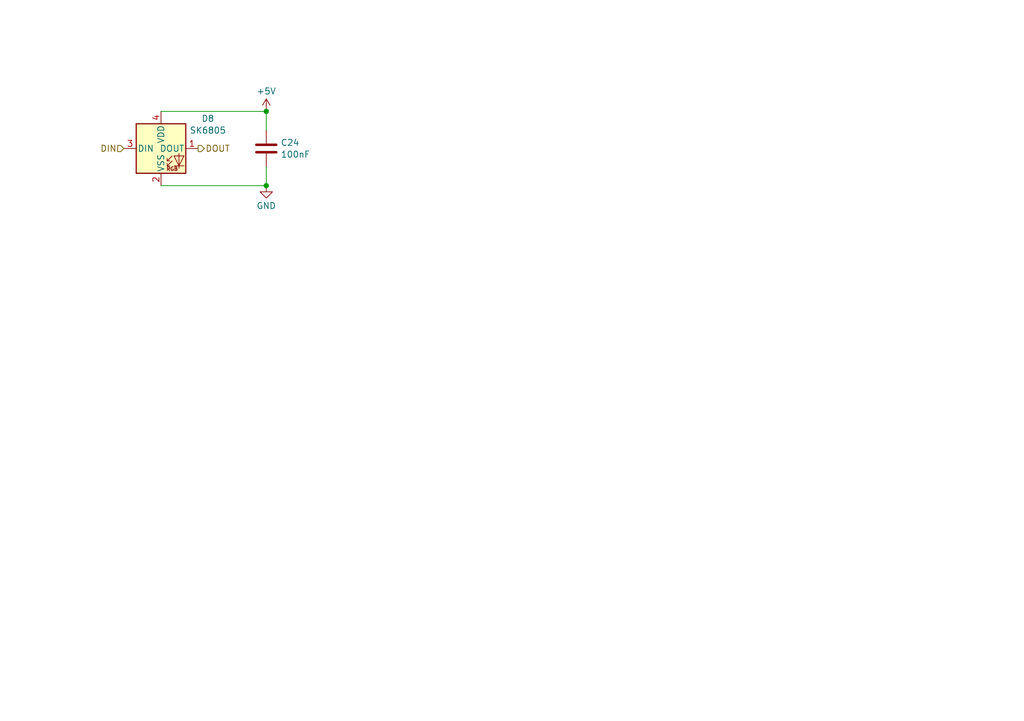
<source format=kicad_sch>
(kicad_sch (version 20250114) (generator "eeschema") (generator_version "9.0")
  (paper "A5")
  (title_block (title "Individual RGB LED") (date "2025-02-09"))
  (lib_symbols
    (symbol "Device:C" (pin_numbers (hide yes)) (pin_names (offset 0.254))
      (property "Reference" "C" (at 0.635 2.54 0))
      (property "Value" "C" (at 0.635 -2.54 0))
      (symbol "C_0_1"
        (polyline (pts (xy -2.032 0.762) (xy 2.032 0.762)) (stroke (width 0.508)))
        (polyline (pts (xy -2.032 -0.762) (xy 2.032 -0.762)) (stroke (width 0.508)))
      )
      (symbol "C_1_1"
        (pin passive line (at 0 3.81 270) (length 2.794) (name "~") (number "1"))
        (pin passive line (at 0 -3.81 90) (length 2.794) (name "~") (number "2"))
      )
    )
    (symbol "LED:SK6805" (pin_names (offset 0.254))
      (property "Reference" "D" (at 5.08 5.715 0))
      (property "Value" "SK6805" (at 1.27 -5.715 0))
      (symbol "SK6805_0_0"
        (text "RGB" (at 2.286 -4.191 0) (effects (font (size 0.762 0.762))))
      )
      (symbol "SK6805_0_1"
        (polyline (pts (xy 1.27 -2.54) (xy 1.778 -2.54)))
        (polyline (pts (xy 1.27 -3.556) (xy 1.778 -3.556)))
        (polyline (pts (xy 2.286 -1.524) (xy 1.27 -2.54) (xy 1.27 -2.032)))
        (polyline (pts (xy 2.286 -2.54) (xy 1.27 -3.556) (xy 1.27 -3.048)))
        (polyline (pts (xy 3.683 -1.016) (xy 3.683 -3.556) (xy 3.683 -4.064)))
        (polyline (pts (xy 4.699 -1.524) (xy 2.667 -1.524) (xy 3.683 -3.556) (xy 4.699 -1.524)))
        (polyline (pts (xy 4.699 -3.556) (xy 2.667 -3.556)))
        (rectangle (start 5.08 5.08) (end -5.08 -5.08) (stroke (width 0.254)) (fill (type background)))
      )
      (symbol "SK6805_1_1"
        (pin input line (at -7.62 0 0) (length 2.54) (name "DIN") (number "3"))
        (pin power_in line (at 0 7.62 270) (length 2.54) (name "VDD") (number "4"))
        (pin power_in line (at 0 -7.62 90) (length 2.54) (name "VSS") (number "2"))
        (pin output line (at 7.62 0 180) (length 2.54) (name "DOUT") (number "1"))
      )
    )
    (symbol "power:GND" (power) (pin_names (offset 0))
      (property "Value" "GND" (at 0 -3.81 0))
      (symbol "GND_0_1"
        (polyline (pts (xy 0 0) (xy 0 -1.27) (xy 1.27 -1.27) (xy 0 -2.54) (xy -1.27 -1.27) (xy 0 -1.27)))
      )
      (symbol "GND_1_1"
        (pin power_in line (at 0 0 270) (length 0) (hide yes) (name "GND") (number "1"))
      )
    )
    (symbol "power:VBUS" (power) (pin_numbers (hide yes)) (pin_names (offset 0) (hide yes))
      (property "Value" "VBUS" (at 0 3.556 0))
      (symbol "VBUS_0_1"
        (polyline (pts (xy -0.762 1.27) (xy 0 2.54)))
        (polyline (pts (xy 0 2.54) (xy 0.762 1.27)))
        (polyline (pts (xy 0 0) (xy 0 2.54)))
      )
      (symbol "VBUS_1_1"
        (pin power_in line (at 0 0 90) (length 0) (name "~") (number "1"))
      )
    )
  )
  (junction (at 54.61 38.1))
  (junction (at 54.61 22.86))
  (wire (pts (xy 54.61 22.86) (xy 54.61 26.67)))
  (wire (pts (xy 54.61 38.1) (xy 33.02 38.1)))
  (wire (pts (xy 33.02 22.86) (xy 54.61 22.86)))
  (wire (pts (xy 54.61 34.29) (xy 54.61 38.1)))
  (hierarchical_label "DOUT" (shape output) (at 40.64 30.48 0))
  (hierarchical_label "DIN" (shape input) (at 25.4 30.48 180))
  (symbol (lib_id "power:GND") (at 54.61 38.1 0) (unit 1)
    (property "Reference" "#PWR037" (effects (hide yes)))
    (property "Value" "GND" (at 54.61 42.2331 0))
    (property "Description" "Power symbol creates a global label with name \"GND\" , ground" (effects (hide yes)))
    (instances (project "DecentKeyboardTester" (path "" (reference "#PWR049") (unit 1)) (path "" (reference "#PWR043") (unit 1)) (path "" (reference "#PWR0197") (unit 1)) (path "" (reference "#PWR077") (unit 1)) (path "" (reference "#PWR093") (unit 1)) (path "" (reference "#PWR0145") (unit 1)) (path "" (reference "#PWR0243") (unit 1)) (path "" (reference "#PWR0225") (unit 1)) (path "" (reference "#PWR0261") (unit 1)) (path "" (reference "#PWR065") (unit 1)) (path "" (reference "#PWR061") (unit 1)) (path "" (reference "#PWR083") (unit 1)) (path "" (reference "#PWR0189") (unit 1)) (path "" (reference "#PWR0181") (unit 1)) (path "" (reference "#PWR0163") (unit 1)) (path "" (reference "#PWR0201") (unit 1)) (path "" (reference "#PWR051") (unit 1)) (path "" (reference "#PWR053") (unit 1)) (path "" (reference "#PWR0257") (unit 1)) (path "" (reference "#PWR0149") (unit 1)) (path "" (reference "#PWR0127") (unit 1)) (path "" (reference "#PWR0187") (unit 1)) (path "" (reference "#PWR0241") (unit 1)) (path "" (reference "#PWR0251") (unit 1)) (path "" (reference "#PWR071") (unit 1)) (path "" (reference "#PWR089") (unit 1)) (path "" (reference "#PWR059") (unit 1)) (path "" (reference "#PWR0131") (unit 1)) (path "" (reference "#PWR0117") (unit 1)) (path "" (reference "#PWR0199") (unit 1)) (path "" (reference "#PWR0239") (unit 1)) (path "" (reference "#PWR0195") (unit 1)) (path "" (reference "#PWR0191") (unit 1)) (path "" (reference "#PWR0147") (unit 1)) (path "" (reference "#PWR0169") (unit 1)) (path "" (reference "#PWR0215") (unit 1)) (path "" (reference "#PWR0159") (unit 1)) (path "" (reference "#PWR0205") (unit 1)) (path "" (reference "#PWR0111") (unit 1)) (path "" (reference "#PWR0249") (unit 1)) (path "" (reference "#PWR0203") (unit 1)) (path "" (reference "#PWR087") (unit 1)) (path "" (reference "#PWR057") (unit 1)) (path "" (reference "#PWR0207") (unit 1)) (path "" (reference "#PWR0165") (unit 1)) (path "" (reference "#PWR073") (unit 1)) (path "" (reference "#PWR063") (unit 1)) (path "" (reference "#PWR0143") (unit 1)) (path "" (reference "#PWR0233") (unit 1)) (path "" (reference "#PWR0171") (unit 1)) (path "" (reference "#PWR0115") (unit 1)) (path "" (reference "#PWR0211") (unit 1)) (path "" (reference "#PWR067") (unit 1)) (path "" (reference "#PWR0151") (unit 1)) (path "" (reference "#PWR081") (unit 1)) (path "" (reference "#PWR085") (unit 1)) (path "" (reference "#PWR0155") (unit 1)) (path "" (reference "#PWR0245") (unit 1)) (path "" (reference "#PWR0179") (unit 1)) (path "" (reference "#PWR0175") (unit 1)) (path "" (reference "#PWR0183") (unit 1)) (path "" (reference "#PWR0123") (unit 1)) (path "" (reference "#PWR075") (unit 1)) (path "" (reference "#PWR0217") (unit 1)) (path "" (reference "#PWR0141") (unit 1)) (path "" (reference "#PWR0213") (unit 1)) (path "" (reference "#PWR0247") (unit 1)) (path "" (reference "#PWR0209") (unit 1)) (path "" (reference "#PWR0109") (unit 1)) (path "" (reference "#PWR0229") (unit 1)) (path "" (reference "#PWR0227") (unit 1)) (path "" (reference "#PWR047") (unit 1)) (path "" (reference "#PWR0129") (unit 1)) (path "" (reference "#PWR0231") (unit 1)) (path "" (reference "#PWR0253") (unit 1)) (path "" (reference "#PWR0185") (unit 1)) (path "" (reference "#PWR0173") (unit 1)) (path "" (reference "#PWR0103") (unit 1)) (path "" (reference "#PWR0161") (unit 1)) (path "" (reference "#PWR055") (unit 1)) (path "" (reference "#PWR079") (unit 1)) (path "" (reference "#PWR0125") (unit 1)) (path "" (reference "#PWR0193") (unit 1)) (path "" (reference "#PWR0135") (unit 1)) (path "" (reference "#PWR0139") (unit 1)) (path "" (reference "#PWR095") (unit 1)) (path "" (reference "#PWR0105") (unit 1)) (path "" (reference "#PWR0133") (unit 1)) (path "" (reference "#PWR099") (unit 1)) (path "" (reference "#PWR0153") (unit 1)) (path "" (reference "#PWR0177") (unit 1)) (path "" (reference "#PWR0223") (unit 1)) (path "" (reference "#PWR0107") (unit 1)) (path "" (reference "#PWR039") (unit 1)) (path "" (reference "#PWR097") (unit 1)) (path "" (reference "#PWR041") (unit 1)) (path "" (reference "#PWR0121") (unit 1)) (path "" (reference "#PWR037") (unit 1)) (path "" (reference "#PWR0219") (unit 1)) (path "" (reference "#PWR045") (unit 1)) (path "" (reference "#PWR0157") (unit 1)) (path "" (reference "#PWR091") (unit 1)) (path "" (reference "#PWR0119") (unit 1)) (path "" (reference "#PWR0137") (unit 1)) (path "" (reference "#PWR069") (unit 1)) (path "" (reference "#PWR0221") (unit 1)) (path "" (reference "#PWR0101") (unit 1)) (path "" (reference "#PWR0237") (unit 1)) (path "" (reference "#PWR0255") (unit 1)) (path "" (reference "#PWR0235") (unit 1)) (path "" (reference "#PWR0113") (unit 1)) (path "" (reference "#PWR0167") (unit 1))))
  )
  (symbol (lib_id "Device:C") (at 54.61 30.48 0) (unit 1)
    (property "Reference" "C18" (at 57.531 29.2678 0) (effects (justify left)))
    (property "Value" "100nF" (at 57.531 31.6921 0) (effects (justify left)))
    (property "Footprint" "Capacitor_SMD:C_0402_1005Metric" (effects (hide yes)))
    (property "Description" "Unpolarized capacitor" (effects (hide yes)))
    (property "JLCPCB Part #" "C1525" (effects (hide yes)))
    (instances (project "DecentKeyboardTester" (path "" (reference "C24") (unit 1)) (path "" (reference "C21") (unit 1)) (path "" (reference "C98") (unit 1)) (path "" (reference "C38") (unit 1)) (path "" (reference "C46") (unit 1)) (path "" (reference "C72") (unit 1)) (path "" (reference "C121") (unit 1)) (path "" (reference "C112") (unit 1)) (path "" (reference "C129") (unit 1)) (path "" (reference "C32") (unit 1)) (path "" (reference "C30") (unit 1)) (path "" (reference "C41") (unit 1)) (path "" (reference "C94") (unit 1)) (path "" (reference "C90") (unit 1)) (path "" (reference "C81") (unit 1)) (path "" (reference "C100") (unit 1)) (path "" (reference "C25") (unit 1)) (path "" (reference "C26") (unit 1)) (path "" (reference "C128") (unit 1)) (path "" (reference "C74") (unit 1)) (path "" (reference "C63") (unit 1)) (path "" (reference "C93") (unit 1)) (path "" (reference "C120") (unit 1)) (path "" (reference "C125") (unit 1)) (path "" (reference "C35") (unit 1)) (path "" (reference "C44") (unit 1)) (path "" (reference "C29") (unit 1)) (path "" (reference "C65") (unit 1)) (path "" (reference "C58") (unit 1)) (path "" (reference "C99") (unit 1)) (path "" (reference "C119") (unit 1)) (path "" (reference "C97") (unit 1)) (path "" (reference "C95") (unit 1)) (path "" (reference "C73") (unit 1)) (path "" (reference "C84") (unit 1)) (path "" (reference "C107") (unit 1)) (path "" (reference "C79") (unit 1)) (path "" (reference "C102") (unit 1)) (path "" (reference "C55") (unit 1)) (path "" (reference "C124") (unit 1)) (path "" (reference "C101") (unit 1)) (path "" (reference "C43") (unit 1)) (path "" (reference "C28") (unit 1)) (path "" (reference "C103") (unit 1)) (path "" (reference "C82") (unit 1)) (path "" (reference "C36") (unit 1)) (path "" (reference "C31") (unit 1)) (path "" (reference "C71") (unit 1)) (path "" (reference "C116") (unit 1)) (path "" (reference "C85") (unit 1)) (path "" (reference "C57") (unit 1)) (path "" (reference "C105") (unit 1)) (path "" (reference "C33") (unit 1)) (path "" (reference "C75") (unit 1)) (path "" (reference "C40") (unit 1)) (path "" (reference "C42") (unit 1)) (path "" (reference "C77") (unit 1)) (path "" (reference "C122") (unit 1)) (path "" (reference "C89") (unit 1)) (path "" (reference "C87") (unit 1)) (path "" (reference "C91") (unit 1)) (path "" (reference "C61") (unit 1)) (path "" (reference "C37") (unit 1)) (path "" (reference "C108") (unit 1)) (path "" (reference "C70") (unit 1)) (path "" (reference "C106") (unit 1)) (path "" (reference "C123") (unit 1)) (path "" (reference "C104") (unit 1)) (path "" (reference "C54") (unit 1)) (path "" (reference "C114") (unit 1)) (path "" (reference "C113") (unit 1)) (path "" (reference "C23") (unit 1)) (path "" (reference "C64") (unit 1)) (path "" (reference "C115") (unit 1)) (path "" (reference "C126") (unit 1)) (path "" (reference "C92") (unit 1)) (path "" (reference "C86") (unit 1)) (path "" (reference "C51") (unit 1)) (path "" (reference "C80") (unit 1)) (path "" (reference "C27") (unit 1)) (path "" (reference "C39") (unit 1)) (path "" (reference "C62") (unit 1)) (path "" (reference "C96") (unit 1)) (path "" (reference "C67") (unit 1)) (path "" (reference "C69") (unit 1)) (path "" (reference "C47") (unit 1)) (path "" (reference "C52") (unit 1)) (path "" (reference "C66") (unit 1)) (path "" (reference "C49") (unit 1)) (path "" (reference "C76") (unit 1)) (path "" (reference "C88") (unit 1)) (path "" (reference "C111") (unit 1)) (path "" (reference "C53") (unit 1)) (path "" (reference "C19") (unit 1)) (path "" (reference "C48") (unit 1)) (path "" (reference "C20") (unit 1)) (path "" (reference "C60") (unit 1)) (path "" (reference "C18") (unit 1)) (path "" (reference "C109") (unit 1)) (path "" (reference "C22") (unit 1)) (path "" (reference "C78") (unit 1)) (path "" (reference "C45") (unit 1)) (path "" (reference "C59") (unit 1)) (path "" (reference "C68") (unit 1)) (path "" (reference "C34") (unit 1)) (path "" (reference "C110") (unit 1)) (path "" (reference "C50") (unit 1)) (path "" (reference "C118") (unit 1)) (path "" (reference "C127") (unit 1)) (path "" (reference "C117") (unit 1)) (path "" (reference "C56") (unit 1)) (path "" (reference "C83") (unit 1))))
  )
  (symbol (lib_id "LED:SK6805") (at 33.02 30.48 0) (unit 1)
    (property "Reference" "D1" (at 42.6319 24.335 0))
    (property "Value" "SK6805" (at 42.6319 26.7593 0))
    (property "Footprint" "DecenTKL:SK6809-EC15" (effects (hide yes)))
    (property "Datasheet" "https://cdn-shop.adafruit.com/product-files/3484/3484_Datasheet.pdf" (effects (hide yes)))
    (property "Description" "RGB LED with integrated controller" (effects (hide yes)))
    (property "JLCPCB Part #" "C2909055" (effects (hide yes)))
    (instances (project "DecentKeyboardTester" (path "" (reference "D8") (unit 1)) (path "" (reference "D5") (unit 1)) (path "" (reference "D82") (unit 1)) (path "" (reference "D22") (unit 1)) (path "" (reference "D30") (unit 1)) (path "" (reference "D56") (unit 1)) (path "" (reference "D105") (unit 1)) (path "" (reference "D96") (unit 1)) (path "" (reference "D113") (unit 1)) (path "" (reference "D16") (unit 1)) (path "" (reference "D14") (unit 1)) (path "" (reference "D25") (unit 1)) (path "" (reference "D78") (unit 1)) (path "" (reference "D74") (unit 1)) (path "" (reference "D65") (unit 1)) (path "" (reference "D84") (unit 1)) (path "" (reference "D9") (unit 1)) (path "" (reference "D10") (unit 1)) (path "" (reference "D112") (unit 1)) (path "" (reference "D58") (unit 1)) (path "" (reference "D47") (unit 1)) (path "" (reference "D77") (unit 1)) (path "" (reference "D104") (unit 1)) (path "" (reference "D109") (unit 1)) (path "" (reference "D19") (unit 1)) (path "" (reference "D28") (unit 1)) (path "" (reference "D13") (unit 1)) (path "" (reference "D49") (unit 1)) (path "" (reference "D42") (unit 1)) (path "" (reference "D83") (unit 1)) (path "" (reference "D103") (unit 1)) (path "" (reference "D81") (unit 1)) (path "" (reference "D79") (unit 1)) (path "" (reference "D57") (unit 1)) (path "" (reference "D68") (unit 1)) (path "" (reference "D91") (unit 1)) (path "" (reference "D63") (unit 1)) (path "" (reference "D86") (unit 1)) (path "" (reference "D39") (unit 1)) (path "" (reference "D108") (unit 1)) (path "" (reference "D85") (unit 1)) (path "" (reference "D27") (unit 1)) (path "" (reference "D12") (unit 1)) (path "" (reference "D87") (unit 1)) (path "" (reference "D66") (unit 1)) (path "" (reference "D20") (unit 1)) (path "" (reference "D15") (unit 1)) (path "" (reference "D55") (unit 1)) (path "" (reference "D100") (unit 1)) (path "" (reference "D69") (unit 1)) (path "" (reference "D41") (unit 1)) (path "" (reference "D89") (unit 1)) (path "" (reference "D17") (unit 1)) (path "" (reference "D59") (unit 1)) (path "" (reference "D24") (unit 1)) (path "" (reference "D26") (unit 1)) (path "" (reference "D61") (unit 1)) (path "" (reference "D106") (unit 1)) (path "" (reference "D73") (unit 1)) (path "" (reference "D71") (unit 1)) (path "" (reference "D75") (unit 1)) (path "" (reference "D45") (unit 1)) (path "" (reference "D21") (unit 1)) (path "" (reference "D92") (unit 1)) (path "" (reference "D54") (unit 1)) (path "" (reference "D90") (unit 1)) (path "" (reference "D107") (unit 1)) (path "" (reference "D88") (unit 1)) (path "" (reference "D38") (unit 1)) (path "" (reference "D98") (unit 1)) (path "" (reference "D97") (unit 1)) (path "" (reference "D7") (unit 1)) (path "" (reference "D48") (unit 1)) (path "" (reference "D99") (unit 1)) (path "" (reference "D110") (unit 1)) (path "" (reference "D76") (unit 1)) (path "" (reference "D70") (unit 1)) (path "" (reference "D35") (unit 1)) (path "" (reference "D64") (unit 1)) (path "" (reference "D11") (unit 1)) (path "" (reference "D23") (unit 1)) (path "" (reference "D46") (unit 1)) (path "" (reference "D80") (unit 1)) (path "" (reference "D51") (unit 1)) (path "" (reference "D53") (unit 1)) (path "" (reference "D31") (unit 1)) (path "" (reference "D36") (unit 1)) (path "" (reference "D50") (unit 1)) (path "" (reference "D33") (unit 1)) (path "" (reference "D60") (unit 1)) (path "" (reference "D72") (unit 1)) (path "" (reference "D95") (unit 1)) (path "" (reference "D37") (unit 1)) (path "" (reference "D3") (unit 1)) (path "" (reference "D32") (unit 1)) (path "" (reference "D4") (unit 1)) (path "" (reference "D44") (unit 1)) (path "" (reference "D1") (unit 1)) (path "" (reference "D93") (unit 1)) (path "" (reference "D6") (unit 1)) (path "" (reference "D62") (unit 1)) (path "" (reference "D29") (unit 1)) (path "" (reference "D43") (unit 1)) (path "" (reference "D52") (unit 1)) (path "" (reference "D18") (unit 1)) (path "" (reference "D94") (unit 1)) (path "" (reference "D34") (unit 1)) (path "" (reference "D102") (unit 1)) (path "" (reference "D111") (unit 1)) (path "" (reference "D101") (unit 1)) (path "" (reference "D40") (unit 1)) (path "" (reference "D67") (unit 1))))
  )
  (symbol (lib_id "power:VBUS") (at 54.61 22.86 0) (unit 1)
    (property "Reference" "#PWR036" (effects (hide yes)))
    (property "Value" "+5V" (at 54.61 18.7269 0))
    (property "Description" "Power symbol creates a global label with name \"VBUS\"" (effects (hide yes)))
    (instances (project "DecentKeyboardTester" (path "" (reference "#PWR048") (unit 1)) (path "" (reference "#PWR042") (unit 1)) (path "" (reference "#PWR0196") (unit 1)) (path "" (reference "#PWR076") (unit 1)) (path "" (reference "#PWR092") (unit 1)) (path "" (reference "#PWR0144") (unit 1)) (path "" (reference "#PWR0242") (unit 1)) (path "" (reference "#PWR0224") (unit 1)) (path "" (reference "#PWR0260") (unit 1)) (path "" (reference "#PWR064") (unit 1)) (path "" (reference "#PWR060") (unit 1)) (path "" (reference "#PWR082") (unit 1)) (path "" (reference "#PWR0188") (unit 1)) (path "" (reference "#PWR0180") (unit 1)) (path "" (reference "#PWR0162") (unit 1)) (path "" (reference "#PWR0200") (unit 1)) (path "" (reference "#PWR050") (unit 1)) (path "" (reference "#PWR052") (unit 1)) (path "" (reference "#PWR0256") (unit 1)) (path "" (reference "#PWR0148") (unit 1)) (path "" (reference "#PWR0126") (unit 1)) (path "" (reference "#PWR0186") (unit 1)) (path "" (reference "#PWR0240") (unit 1)) (path "" (reference "#PWR0250") (unit 1)) (path "" (reference "#PWR070") (unit 1)) (path "" (reference "#PWR088") (unit 1)) (path "" (reference "#PWR058") (unit 1)) (path "" (reference "#PWR0130") (unit 1)) (path "" (reference "#PWR0116") (unit 1)) (path "" (reference "#PWR0198") (unit 1)) (path "" (reference "#PWR0238") (unit 1)) (path "" (reference "#PWR0194") (unit 1)) (path "" (reference "#PWR0190") (unit 1)) (path "" (reference "#PWR0146") (unit 1)) (path "" (reference "#PWR0168") (unit 1)) (path "" (reference "#PWR0214") (unit 1)) (path "" (reference "#PWR0158") (unit 1)) (path "" (reference "#PWR0204") (unit 1)) (path "" (reference "#PWR0110") (unit 1)) (path "" (reference "#PWR0248") (unit 1)) (path "" (reference "#PWR0202") (unit 1)) (path "" (reference "#PWR086") (unit 1)) (path "" (reference "#PWR056") (unit 1)) (path "" (reference "#PWR0206") (unit 1)) (path "" (reference "#PWR0164") (unit 1)) (path "" (reference "#PWR072") (unit 1)) (path "" (reference "#PWR062") (unit 1)) (path "" (reference "#PWR0142") (unit 1)) (path "" (reference "#PWR0232") (unit 1)) (path "" (reference "#PWR0170") (unit 1)) (path "" (reference "#PWR0114") (unit 1)) (path "" (reference "#PWR0210") (unit 1)) (path "" (reference "#PWR066") (unit 1)) (path "" (reference "#PWR0150") (unit 1)) (path "" (reference "#PWR080") (unit 1)) (path "" (reference "#PWR084") (unit 1)) (path "" (reference "#PWR0154") (unit 1)) (path "" (reference "#PWR0244") (unit 1)) (path "" (reference "#PWR0178") (unit 1)) (path "" (reference "#PWR0174") (unit 1)) (path "" (reference "#PWR0182") (unit 1)) (path "" (reference "#PWR0122") (unit 1)) (path "" (reference "#PWR074") (unit 1)) (path "" (reference "#PWR0216") (unit 1)) (path "" (reference "#PWR0140") (unit 1)) (path "" (reference "#PWR0212") (unit 1)) (path "" (reference "#PWR0246") (unit 1)) (path "" (reference "#PWR0208") (unit 1)) (path "" (reference "#PWR0108") (unit 1)) (path "" (reference "#PWR0228") (unit 1)) (path "" (reference "#PWR0226") (unit 1)) (path "" (reference "#PWR046") (unit 1)) (path "" (reference "#PWR0128") (unit 1)) (path "" (reference "#PWR0230") (unit 1)) (path "" (reference "#PWR0252") (unit 1)) (path "" (reference "#PWR0184") (unit 1)) (path "" (reference "#PWR0172") (unit 1)) (path "" (reference "#PWR0102") (unit 1)) (path "" (reference "#PWR0160") (unit 1)) (path "" (reference "#PWR054") (unit 1)) (path "" (reference "#PWR078") (unit 1)) (path "" (reference "#PWR0124") (unit 1)) (path "" (reference "#PWR0192") (unit 1)) (path "" (reference "#PWR0134") (unit 1)) (path "" (reference "#PWR0138") (unit 1)) (path "" (reference "#PWR094") (unit 1)) (path "" (reference "#PWR0104") (unit 1)) (path "" (reference "#PWR0132") (unit 1)) (path "" (reference "#PWR098") (unit 1)) (path "" (reference "#PWR0152") (unit 1)) (path "" (reference "#PWR0176") (unit 1)) (path "" (reference "#PWR0222") (unit 1)) (path "" (reference "#PWR0106") (unit 1)) (path "" (reference "#PWR038") (unit 1)) (path "" (reference "#PWR096") (unit 1)) (path "" (reference "#PWR040") (unit 1)) (path "" (reference "#PWR0120") (unit 1)) (path "" (reference "#PWR036") (unit 1)) (path "" (reference "#PWR0218") (unit 1)) (path "" (reference "#PWR044") (unit 1)) (path "" (reference "#PWR0156") (unit 1)) (path "" (reference "#PWR090") (unit 1)) (path "" (reference "#PWR0118") (unit 1)) (path "" (reference "#PWR0136") (unit 1)) (path "" (reference "#PWR068") (unit 1)) (path "" (reference "#PWR0220") (unit 1)) (path "" (reference "#PWR0100") (unit 1)) (path "" (reference "#PWR0236") (unit 1)) (path "" (reference "#PWR0254") (unit 1)) (path "" (reference "#PWR0234") (unit 1)) (path "" (reference "#PWR0112") (unit 1)) (path "" (reference "#PWR0166") (unit 1))))
  )
)
</source>
